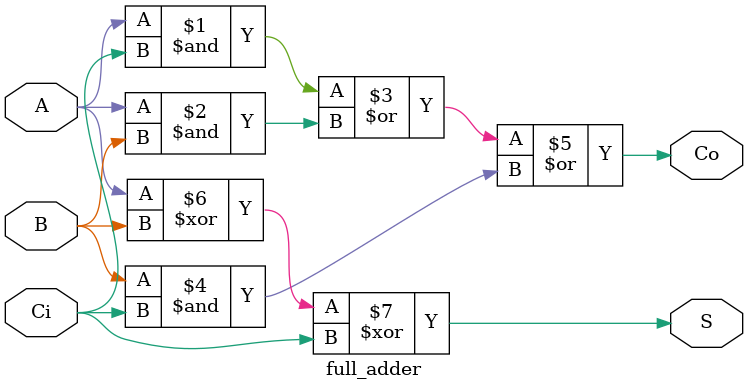
<source format=v>
module full_adder(A,B,Ci,Co,S);
  input A,B,Ci;
  output Co,S;
  
  assign Co = (A & Ci) | (A & B) | (B & Ci);
  assign S = A ^ B ^ Ci;
  
endmodule 

</source>
